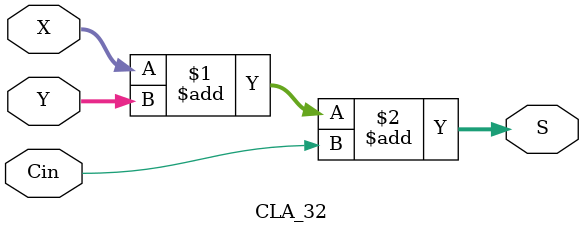
<source format=v>
`timescale 1ns / 1ps
module CLA_32(X,Y,Cin,S);
    input[31:0]X,Y;
    input Cin;
    output[31:0]S;
    //output Cout;
    assign S = X + Y + Cin;
endmodule

</source>
